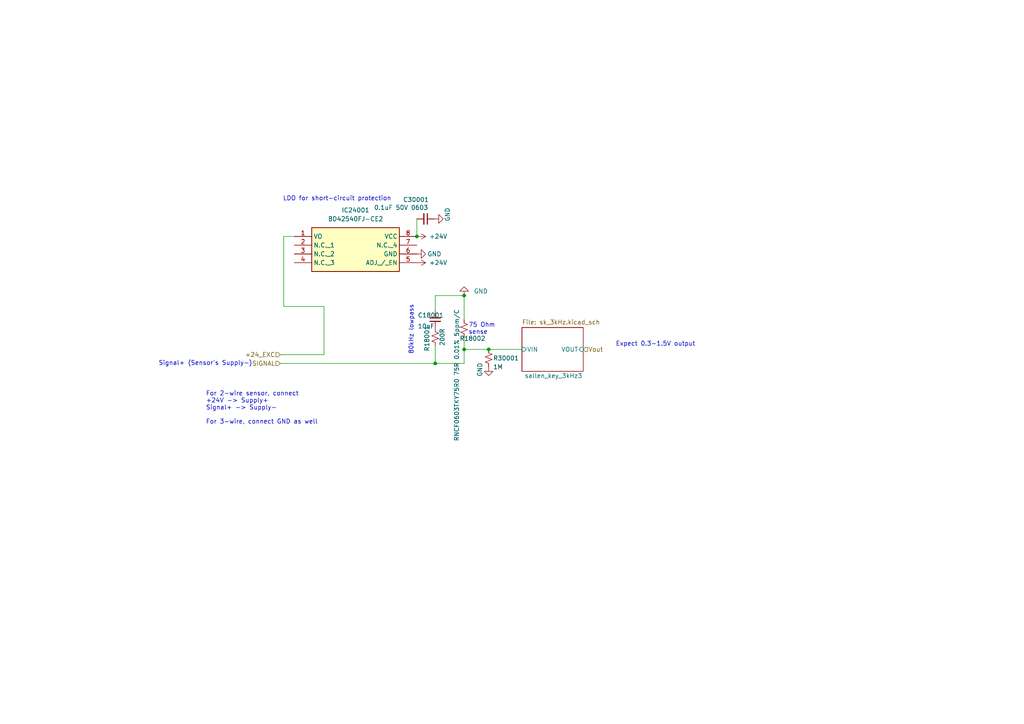
<source format=kicad_sch>
(kicad_sch (version 20231120) (generator "eeschema") (generator_version "8.0")
  (paper "A4")
  (lib_symbols
    (symbol "Device:C_Small" (pin_numbers hide) (pin_names (offset 0.254) hide)
      (property "Reference" "C" (at 0.254 1.778 0))
      (property "Value" "C_Small" (at 0.254 -2.032 0))
      (symbol "C_Small_0_1"
        (polyline (pts (xy -1.524 -0.508) (xy 1.524 -0.508)) (stroke (width 0.3302)))
        (polyline (pts (xy -1.524 0.508) (xy 1.524 0.508)) (stroke (width 0.3048)))
      )
      (symbol "C_Small_1_1"
        (pin passive line (at 0 2.54 270) (length 2.032) (name "~") (number "1"))
        (pin passive line (at 0 -2.54 90) (length 2.032) (name "~") (number "2"))
      )
    )
    (symbol "Device:R_Small_US" (pin_numbers hide) (pin_names (offset 0.254) hide)
      (property "Reference" "R" (at 0.762 0.508 0))
      (property "Value" "R_Small_US" (at 0.762 -1.016 0))
      (symbol "R_Small_US_1_1"
        (polyline (pts (xy 0 0) (xy 1.016 -0.381) (xy 0 -0.762) (xy -1.016 -1.143) (xy 0 -1.524)))
        (polyline (pts (xy 0 1.524) (xy 1.016 1.143) (xy 0 0.762) (xy -1.016 0.381) (xy 0 0)))
        (pin passive line (at 0 2.54 270) (length 1.016) (name "~") (number "1"))
        (pin passive line (at 0 -2.54 90) (length 1.016) (name "~") (number "2"))
      )
    )
    (symbol "aaa:BD42540FJ-CE2"
      (property "Reference" "IC" (at 31.75 7.62 0))
      (property "Value" "BD42540FJ-CE2" (at 31.75 5.08 0))
      (symbol "BD42540FJ-CE2_1_1"
        (rectangle (start 5.08 2.54) (end 30.48 -10.16) (stroke (width 0.254)) (fill (type background)))
        (pin passive line (at 0 0 0) (length 5.08) (name "VO") (number "1"))
        (pin passive line (at 0 -2.54 0) (length 5.08) (name "N.C._1") (number "2"))
        (pin passive line (at 0 -5.08 0) (length 5.08) (name "N.C._2") (number "3"))
        (pin passive line (at 0 -7.62 0) (length 5.08) (name "N.C._3") (number "4"))
        (pin passive line (at 35.56 -7.62 180) (length 5.08) (name "ADJ_/_EN") (number "5"))
        (pin passive line (at 35.56 -5.08 180) (length 5.08) (name "GND") (number "6"))
        (pin passive line (at 35.56 -2.54 180) (length 5.08) (name "N.C._4") (number "7"))
        (pin passive line (at 35.56 0 180) (length 5.08) (name "VCC") (number "8"))
      )
    )
    (symbol "power:+24V" (power) (pin_names (offset 0))
      (property "Value" "+24V" (at 0 3.556 0))
      (symbol "+24V_0_1"
        (polyline (pts (xy -0.762 1.27) (xy 0 2.54)))
        (polyline (pts (xy 0 0) (xy 0 2.54)))
        (polyline (pts (xy 0 2.54) (xy 0.762 1.27)))
      )
      (symbol "+24V_1_1"
        (pin power_in line (at 0 0 90) (length 0) hide (name "+24V") (number "1"))
      )
    )
    (symbol "power:GND" (power) (pin_names (offset 0))
      (property "Value" "GND" (at 0 -3.81 0))
      (symbol "GND_0_1"
        (polyline (pts (xy 0 0) (xy 0 -1.27) (xy 1.27 -1.27) (xy 0 -2.54) (xy -1.27 -1.27) (xy 0 -1.27)))
      )
      (symbol "GND_1_1"
        (pin power_in line (at 0 0 270) (length 0) hide (name "GND") (number "1"))
      )
    )
  )
  (junction (at 134.62 85.725))
  (junction (at 120.904 68.58))
  (junction (at 126.238 105.41))
  (junction (at 141.732 101.346))
  (junction (at 134.62 101.346))
  (wire (pts (xy 120.904 68.58) (xy 120.904 63.5)))
  (wire (pts (xy 126.238 105.41) (xy 134.62 105.41)))
  (wire (pts (xy 126.238 85.725) (xy 134.62 85.725)))
  (wire (pts (xy 126.238 100.33) (xy 126.238 105.41)))
  (wire (pts (xy 82.296 88.9) (xy 93.98 88.9)))
  (wire (pts (xy 93.98 88.9) (xy 93.98 102.87)))
  (wire (pts (xy 81.28 105.41) (xy 126.238 105.41)))
  (wire (pts (xy 134.62 101.346) (xy 141.732 101.346)))
  (wire (pts (xy 82.296 68.58) (xy 82.296 88.9)))
  (wire (pts (xy 134.62 101.346) (xy 134.62 105.41)))
  (wire (pts (xy 134.62 85.725) (xy 134.62 92.71)))
  (wire (pts (xy 134.62 97.79) (xy 134.62 101.346)))
  (wire (pts (xy 85.344 68.58) (xy 82.296 68.58)))
  (wire (pts (xy 141.732 101.346) (xy 151.384 101.346)))
  (wire (pts (xy 93.98 102.87) (xy 81.28 102.87)))
  (wire (pts (xy 126.238 90.17) (xy 126.238 85.725)))
  (text "Signal+ (Sensor's Supply-)" (at 45.974 106.172 0) (effects (font (size 1.27 1.27)) (justify left bottom)))
  (text "For 2-wire sensor, connect\n+24V -> Supply+\nSignal+ -> Supply-\n\nFor 3-wire, connect GND as well" (at 59.69 123.19 0) (effects (font (size 1.27 1.27)) (justify left bottom)))
  (text "LDO for short-circuit protection" (at 82.042 58.42 0) (effects (font (size 1.27 1.27)) (justify left bottom)))
  (text "80kHz lowpass" (at 120.015 102.87 90) (effects (font (size 1.27 1.27)) (justify left bottom)))
  (text "75 Ohm\nsense" (at 135.89 97.155 0) (effects (font (size 1.27 1.27)) (justify left bottom)))
  (text "Expect 0.3-1.5V output" (at 178.562 100.584 0) (effects (font (size 1.27 1.27)) (justify left bottom)))
  (hierarchical_label "+24_EXC" (shape input) (at 81.28 102.87 180))
  (hierarchical_label "Vout" (shape input) (at 169.164 101.346 0))
  (hierarchical_label "SIGNAL" (shape input) (at 81.28 105.41 180))
  (symbol (lib_id "power:GND") (at 141.732 106.426 0) (unit 1)
    (property "Reference" "#PWR251" (effects (hide yes)))
    (property "Value" "GND" (at 139.192 105.156 90) (effects (justify right)))
    (instances (project "analog_i" (path "" (reference "#PWR262") (unit 1)) (path "" (reference "#PWR276") (unit 1)) (path "" (reference "#PWR299") (unit 1)) (path "" (reference "#PWR251") (unit 1))) (project "analog_frontend_panel" (path "" (reference "#PWR12001") (unit 1)) (path "" (reference "#PWR11003") (unit 1)) (path "" (reference "#PWR10001") (unit 1)) (path "" (reference "#PWR13001") (unit 1))))
  )
  (symbol (lib_id "Device:C_Small") (at 123.444 63.5 270) (unit 1)
    (property "Reference" "C28001" (at 120.65 57.912 90))
    (property "Value" "0.1uF 50V 0603" (at 116.332 60.198 90))
    (property "Footprint" "Capacitor_SMD:C_0603_1608Metric" (effects (hide yes)))
    (property "Description" "Unpolarized capacitor, small symbol" (effects (hide yes)))
    (property "LCSC" "C14663" (effects (hide yes)))
    (instances (project "analog_i" (path "" (reference "C30001") (unit 1)) (path "" (reference "C32001") (unit 1)) (path "" (reference "C34001") (unit 1)) (path "" (reference "C28001") (unit 1))) (project "analog_frontend_panel" (path "" (reference "C12001") (unit 1)) (path "" (reference "C11001") (unit 1)) (path "" (reference "C10001") (unit 1)) (path "" (reference "C13001") (unit 1))))
  )
  (symbol (lib_id "Device:C_Small") (at 126.238 92.71 180) (unit 1)
    (property "Reference" "C18001" (at 121.158 91.44 0) (effects (justify right)))
    (property "Value" "10nF" (at 121.158 94.615 0) (effects (justify right)))
    (property "Footprint" "Capacitor_SMD:C_0402_1005Metric" (effects (hide yes)))
    (property "LCSC" "C15195" (effects (hide yes)))
    (instances (project "simplicity_analog_1" (path "" (reference "C18001") (unit 1)) (path "" (reference "C14001") (unit 1)) (path "" (reference "C11001") (unit 1)) (path "" (reference "C22001") (unit 1))) (project "analog_frontend_panel" (path "" (reference "C31") (unit 1)) (path "" (reference "C28") (unit 1)) (path "" (reference "C25") (unit 1)) (path "" (reference "C34") (unit 1))))
  )
  (symbol (lib_id "Device:R_Small_US") (at 134.62 95.25 0) (unit 1)
    (property "Reference" "R18002" (at 140.843 98.171 0) (effects (justify right)))
    (property "Value" "RNCF0603TKY75R0 75R 0.01% 5ppm/C" (at 132.461 89.662 90) (effects (justify right)))
    (property "Footprint" "Resistor_SMD:R_0603_1608Metric" (effects (hide yes)))
    (property "LCSC" "C2482496" (effects (hide yes)))
    (instances (project "simplicity_analog_1" (path "" (reference "R18002") (unit 1)) (path "" (reference "R14002") (unit 1)) (path "" (reference "R11002") (unit 1)) (path "" (reference "R22002") (unit 1))) (project "analog_frontend_panel" (path "" (reference "R27") (unit 1)) (path "" (reference "R25") (unit 1)) (path "" (reference "R23") (unit 1)) (path "" (reference "R29") (unit 1))))
  )
  (symbol (lib_id "Device:R_Small_US") (at 126.238 97.79 0) (unit 1)
    (property "Reference" "R18001" (at 123.825 98.171 90))
    (property "Value" "200R" (at 128.27 97.79 90))
    (property "Footprint" "Resistor_SMD:R_0402_1005Metric" (effects (hide yes)))
    (property "LCSC" "C25087" (effects (hide yes)))
    (instances (project "simplicity_analog_1" (path "" (reference "R18001") (unit 1)) (path "" (reference "R14001") (unit 1)) (path "" (reference "R11001") (unit 1)) (path "" (reference "R22001") (unit 1))) (project "analog_frontend_panel" (path "" (reference "R26") (unit 1)) (path "" (reference "R24") (unit 1)) (path "" (reference "R22") (unit 1)) (path "" (reference "R28") (unit 1))))
  )
  (symbol (lib_id "Device:R_Small_US") (at 141.732 103.886 0) (unit 1)
    (property "Reference" "R28001" (at 143.002 103.886 0) (effects (justify left)))
    (property "Value" "1M" (at 143.002 106.426 0) (effects (justify left)))
    (property "Footprint" "Resistor_SMD:R_0402_1005Metric" (effects (hide yes)))
    (instances (project "analog_i" (path "" (reference "R30001") (unit 1)) (path "" (reference "R32001") (unit 1)) (path "" (reference "R34001") (unit 1)) (path "" (reference "R28001") (unit 1))) (project "analog_frontend_panel" (path "" (reference "R12001") (unit 1)) (path "" (reference "R11001") (unit 1)) (path "" (reference "R10001") (unit 1)) (path "" (reference "R13001") (unit 1))))
  )
  (symbol (lib_id "power:+24V") (at 120.904 68.58 270) (unit 1)
    (property "Reference" "#PWR024001" (effects (hide yes)))
    (property "Value" "+24V" (at 124.46 68.5799 90) (effects (justify left)))
    (instances (project "simplicity_analog_1" (path "" (reference "#PWR024001") (unit 1)) (path "" (reference "#PWR020001") (unit 1)) (path "" (reference "#PWR017017") (unit 1)) (path "" (reference "#PWR028001") (unit 1))) (project "" (path "" (reference "#PWR0187") (unit 1)) (path "" (reference "#PWR0184") (unit 1)) (path "" (reference "#PWR032001") (unit 1)) (path "" (reference "#PWR0190") (unit 1))))
  )
  (symbol (lib_id "power:GND") (at 120.904 73.66 90) (unit 1)
    (property "Reference" "#PWR024002" (effects (hide yes)))
    (property "Value" "GND" (at 123.952 73.66 90) (effects (justify right)))
    (instances (project "simplicity_analog_1" (path "" (reference "#PWR024002") (unit 1)) (path "" (reference "#PWR020002") (unit 1)) (path "" (reference "#PWR017018") (unit 1)) (path "" (reference "#PWR028002") (unit 1))) (project "" (path "" (reference "#PWR0186") (unit 1)) (path "" (reference "#PWR0183") (unit 1)) (path "" (reference "#PWR032002") (unit 1)) (path "" (reference "#PWR0189") (unit 1))))
  )
  (symbol (lib_id "power:GND") (at 134.62 85.725 180) (unit 1)
    (property "Reference" "#PWR018003" (effects (hide yes)))
    (property "Value" "GND" (at 137.414 84.4549 0) (effects (justify right)))
    (instances (project "simplicity_analog_1" (path "" (reference "#PWR018003") (unit 1)) (path "" (reference "#PWR014003") (unit 1)) (path "" (reference "#PWR011003") (unit 1)) (path "" (reference "#PWR022003") (unit 1))) (project "analog_frontend_panel" (path "" (reference "#PWR057") (unit 1)) (path "" (reference "#PWR051") (unit 1)) (path "" (reference "#PWR045") (unit 1)) (path "" (reference "#PWR063") (unit 1))))
  )
  (symbol (lib_id "aaa:BD42540FJ-CE2") (at 85.344 68.58 0) (unit 1)
    (property "Reference" "IC24001" (at 103.124 60.96 0))
    (property "Value" "BD42540FJ-CE2" (at 103.124 63.5 0))
    (property "Footprint" "aaa:SOIC127P600X175-8N" (effects (hide yes)))
    (property "Datasheet" "https://4donline.ihs.com/images/VipMasterIC/IC/ROHM/ROHM-S-A0002355662/ROHM-S-A0002355662-1.pdf?hkey=EF798316E3902B6ED9A73243A3159BB0" (effects (hide yes)))
    (property "Description" "Supervisory Circuits 3-42V SOP-J8 12A LDO Regulator" (effects (hide yes)))
    (property "Height" "1.65" (effects (hide yes)))
    (property "Manufacturer_Name" "ROHM Semiconductor" (effects (hide yes)))
    (property "Manufacturer_Part_Number" "BD42540FJ-CE2" (effects (hide yes)))
    (property "Mouser Part Number" "755-BD42540FJ-CE2" (effects (hide yes)))
    (property "Mouser Price/Stock" "https://www.mouser.co.uk/ProductDetail/ROHM-Semiconductor/BD42540FJ-CE2?qs=zGux8KhMp6JowApuEUgCTw%3D%3D" (effects (hide yes)))
    (property "LCSC" "C308591" (effects (hide yes)))
    (instances (project "" (path "" (reference "IC24001") (unit 1)) (path "" (reference "IC20001") (unit 1)) (path "" (reference "IC17004") (unit 1)) (path "" (reference "IC28001") (unit 1))) (project "" (path "" (reference "IC34001") (unit 1)) (path "" (reference "IC33001") (unit 1)) (path "" (reference "IC32001") (unit 1)) (path "" (reference "IC35001") (unit 1))))
  )
  (symbol (lib_id "power:+24V") (at 120.904 76.2 270) (unit 1)
    (property "Reference" "#PWR247" (effects (hide yes)))
    (property "Value" "+24V" (at 124.46 76.1999 90) (effects (justify left)))
    (instances (project "analog_i" (path "" (reference "#PWR260") (unit 1)) (path "" (reference "#PWR273") (unit 1)) (path "" (reference "#PWR292") (unit 1)) (path "" (reference "#PWR247") (unit 1))) (project "analog_frontend_panel" (path "" (reference "#PWR12002") (unit 1)) (path "" (reference "#PWR11001") (unit 1)) (path "" (reference "#PWR10002") (unit 1)) (path "" (reference "#PWR13002") (unit 1))))
  )
  (symbol (lib_id "power:GND") (at 125.984 63.5 90) (unit 1)
    (property "Reference" "#PWR248" (effects (hide yes)))
    (property "Value" "GND" (at 129.794 64.262 0) (effects (justify left)))
    (instances (project "analog_i" (path "" (reference "#PWR261") (unit 1)) (path "" (reference "#PWR275") (unit 1)) (path "" (reference "#PWR297") (unit 1)) (path "" (reference "#PWR248") (unit 1))) (project "analog_frontend_panel" (path "" (reference "#PWR12003") (unit 1)) (path "" (reference "#PWR11002") (unit 1)) (path "" (reference "#PWR10003") (unit 1)) (path "" (reference "#PWR13003") (unit 1))))
  )
  (sheet (at 151.384 94.996) (size 17.78 12.7) (stroke (width 0.1524))
    (property "Sheetname" "sallen_key_3kHz3" (at 152.146 109.728 0) (effects (justify left bottom)))
    (property "Sheetfile" "sk_3kHz.kicad_sch" (at 151.384 92.71 0) (effects (justify left top)))
    (pin "VIN" input (at 151.384 101.346 180))
    (pin "VOUT" input (at 169.164 101.346 0))
  )
)
</source>
